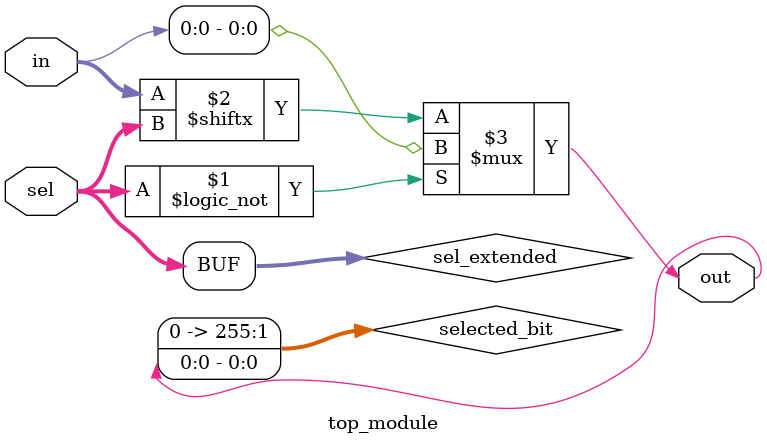
<source format=sv>
module top_module (
	input [255:0] in,
	input [7:0] sel,
	output out
);

wire [7:0] sel_extended;
assign sel_extended = sel;

// Declare an intermediate wire
wire [255:0] selected_bit;
assign selected_bit = (sel_extended == 8'b0) ? in[0] : in[sel_extended];

// Declare the output bit
assign out = selected_bit;
endmodule

</source>
